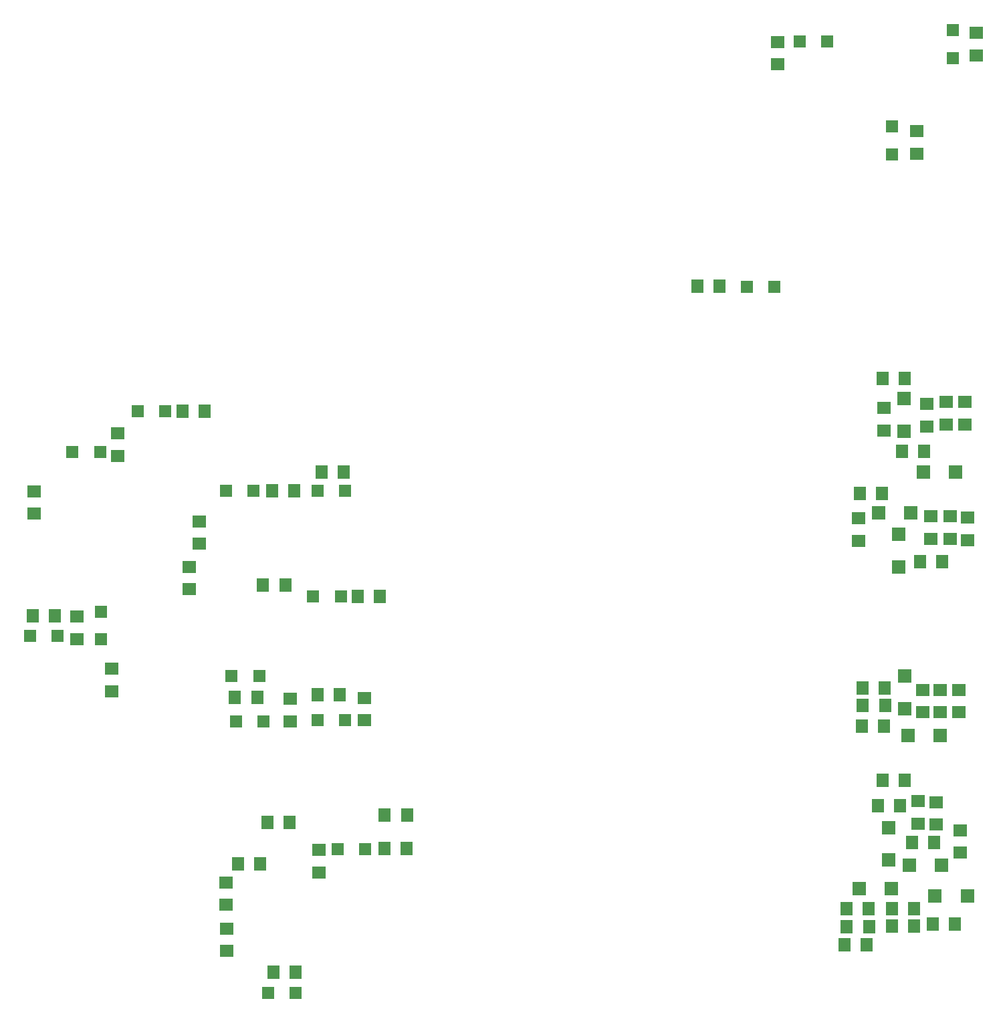
<source format=gbr>
G04 EAGLE Gerber RS-274X export*
G75*
%MOMM*%
%FSLAX34Y34*%
%LPD*%
%INSolderpaste Top*%
%IPPOS*%
%AMOC8*
5,1,8,0,0,1.08239X$1,22.5*%
G01*
%ADD10R,1.800000X1.600000*%
%ADD11R,1.600000X1.800000*%
%ADD12R,1.500000X1.500000*%
%ADD13R,1.803000X1.600000*%
%ADD14R,1.600000X1.803000*%
%ADD15R,1.800000X1.700000*%
%ADD16R,1.700000X1.800000*%


D10*
X1248410Y434310D03*
X1248410Y462310D03*
D11*
X1267490Y262890D03*
X1239490Y262890D03*
D10*
X1243330Y72360D03*
X1243330Y100360D03*
D11*
X1257330Y-92710D03*
X1229330Y-92710D03*
X1256000Y-195580D03*
X1284000Y-195580D03*
X1217138Y402590D03*
X1245138Y402590D03*
X1192246Y495300D03*
X1220246Y495300D03*
X1163544Y349250D03*
X1191544Y349250D03*
X1167100Y102870D03*
X1195100Y102870D03*
X1192500Y-13970D03*
X1220500Y-13970D03*
X1144240Y-222250D03*
X1172240Y-222250D03*
D10*
X1253236Y320070D03*
X1253236Y292070D03*
X360680Y-171480D03*
X360680Y-143480D03*
D11*
X1165830Y54610D03*
X1193830Y54610D03*
D10*
X1290320Y-77440D03*
X1290320Y-105440D03*
D11*
X1146780Y-176530D03*
X1174780Y-176530D03*
D12*
X414046Y-282956D03*
X449046Y-282956D03*
X112548Y168910D03*
X147548Y168910D03*
X248946Y453390D03*
X283946Y453390D03*
X166396Y402082D03*
X201396Y402082D03*
X1203960Y813790D03*
X1203960Y778790D03*
X1281430Y935710D03*
X1281430Y900710D03*
X1122400Y922020D03*
X1087400Y922020D03*
X536930Y-101092D03*
X501930Y-101092D03*
X476530Y62230D03*
X511530Y62230D03*
X373152Y60452D03*
X408152Y60452D03*
X367818Y118110D03*
X402818Y118110D03*
X471196Y218948D03*
X506196Y218948D03*
X360960Y353060D03*
X395960Y353060D03*
X476530Y353060D03*
X511530Y353060D03*
X202692Y164364D03*
X202692Y199364D03*
D13*
X1193800Y457450D03*
X1193800Y429010D03*
X1161796Y317750D03*
X1161796Y289310D03*
D14*
X1166880Y81280D03*
X1195320Y81280D03*
X1185930Y-45720D03*
X1214370Y-45720D03*
X1146560Y-199390D03*
X1175000Y-199390D03*
D13*
X1272540Y436630D03*
X1272540Y465070D03*
X1296670Y465070D03*
X1296670Y436630D03*
X1300226Y318766D03*
X1300226Y290326D03*
X1289050Y100580D03*
X1289050Y72140D03*
X1259840Y-41660D03*
X1259840Y-70100D03*
X1277620Y291850D03*
X1277620Y320290D03*
D14*
X1203710Y-198120D03*
X1232150Y-198120D03*
X420882Y-257302D03*
X449322Y-257302D03*
X404110Y-119380D03*
X375670Y-119380D03*
X589784Y-100076D03*
X561344Y-100076D03*
X561598Y-57912D03*
X590038Y-57912D03*
X413008Y-67056D03*
X441448Y-67056D03*
X476762Y94742D03*
X505202Y94742D03*
X407420Y232918D03*
X435860Y232918D03*
D13*
X314706Y256536D03*
X314706Y228096D03*
X216408Y98810D03*
X216408Y127250D03*
X327406Y285500D03*
X327406Y313940D03*
X478282Y-130552D03*
X478282Y-102112D03*
X535940Y90420D03*
X535940Y61980D03*
X441960Y60710D03*
X441960Y89150D03*
D14*
X371860Y91440D03*
X400300Y91440D03*
X556002Y218948D03*
X527562Y218948D03*
D13*
X1264920Y72140D03*
X1264920Y100580D03*
D14*
X447290Y353060D03*
X418850Y353060D03*
X481842Y376682D03*
X510282Y376682D03*
X115828Y194056D03*
X144268Y194056D03*
D13*
X1236980Y-68830D03*
X1236980Y-40390D03*
X171704Y193290D03*
X171704Y164850D03*
D14*
X334006Y453136D03*
X305566Y453136D03*
D13*
X224028Y425446D03*
X224028Y397006D03*
X1235710Y807970D03*
X1235710Y779530D03*
X1310640Y932430D03*
X1310640Y903990D03*
X1059180Y892560D03*
X1059180Y921000D03*
D14*
X1232150Y-176530D03*
X1203710Y-176530D03*
X957330Y612140D03*
X985770Y612140D03*
D12*
X1055090Y610870D03*
X1020090Y610870D03*
D10*
X361950Y-229900D03*
X361950Y-201900D03*
X118110Y351566D03*
X118110Y323566D03*
D15*
X1284658Y376682D03*
X1243658Y376682D03*
D16*
X1219708Y428318D03*
X1219708Y469318D03*
D15*
X1187016Y324612D03*
X1228016Y324612D03*
D16*
X1212850Y256360D03*
X1212850Y297360D03*
D15*
X1224100Y42926D03*
X1265100Y42926D03*
D16*
X1219962Y77036D03*
X1219962Y118036D03*
D15*
X1267132Y-121412D03*
X1226132Y-121412D03*
D16*
X1199642Y-73734D03*
X1199642Y-114734D03*
D15*
X1162378Y-151384D03*
X1203378Y-151384D03*
X1258390Y-160528D03*
X1299390Y-160528D03*
M02*

</source>
